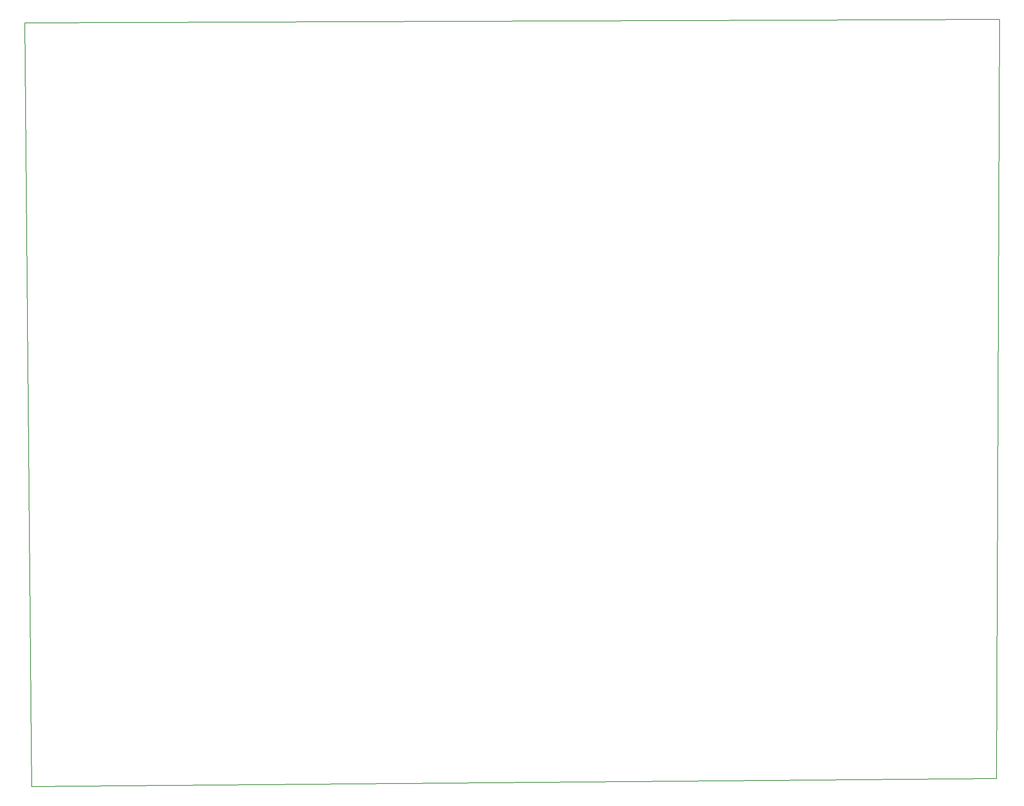
<source format=gbr>
G04 DipTrace 2.4.0.2*
%INnewBoardOutlinelong.gbr*%
%MOIN*%
%ADD11C,0.0055*%
%FSLAX44Y44*%
G04*
G70*
G90*
G75*
G01*
%LNBoardOutline*%
%LPD*%
X3937Y70694D2*
D11*
X89071Y71007D1*
X88821Y4625D1*
X4562Y3937D1*
X3937Y70694D1*
M02*

</source>
